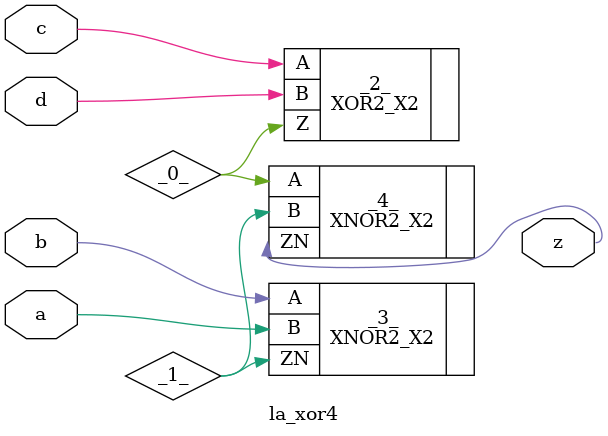
<source format=v>

/* Generated by Yosys 0.44 (git sha1 80ba43d26, g++ 11.4.0-1ubuntu1~22.04 -fPIC -O3) */

(* top =  1  *)
(* src = "inputs/la_xor4.v:10.1-22.10" *)
module la_xor4 (
    a,
    b,
    c,
    d,
    z
);
  wire _0_;
  wire _1_;
  (* src = "inputs/la_xor4.v:13.12-13.13" *)
  input a;
  wire a;
  (* src = "inputs/la_xor4.v:14.12-14.13" *)
  input b;
  wire b;
  (* src = "inputs/la_xor4.v:15.12-15.13" *)
  input c;
  wire c;
  (* src = "inputs/la_xor4.v:16.12-16.13" *)
  input d;
  wire d;
  (* src = "inputs/la_xor4.v:17.12-17.13" *)
  output z;
  wire z;
  XOR2_X2 _2_ (
      .A(c),
      .B(d),
      .Z(_0_)
  );
  XNOR2_X2 _3_ (
      .A (b),
      .B (a),
      .ZN(_1_)
  );
  XNOR2_X2 _4_ (
      .A (_0_),
      .B (_1_),
      .ZN(z)
  );
endmodule

</source>
